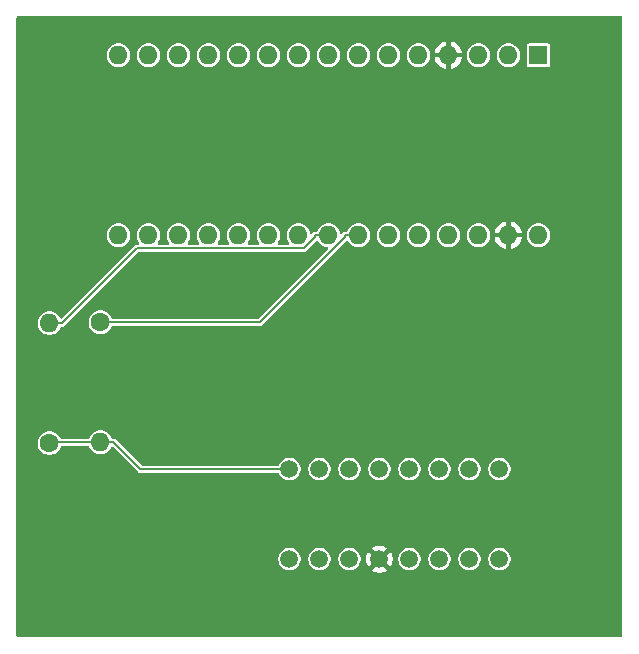
<source format=gbr>
%TF.GenerationSoftware,KiCad,Pcbnew,9.0.0*%
%TF.CreationDate,2025-07-08T22:51:06+02:00*%
%TF.ProjectId,RTC Tester,52544320-5465-4737-9465-722e6b696361,rev?*%
%TF.SameCoordinates,Original*%
%TF.FileFunction,Copper,L1,Top*%
%TF.FilePolarity,Positive*%
%FSLAX46Y46*%
G04 Gerber Fmt 4.6, Leading zero omitted, Abs format (unit mm)*
G04 Created by KiCad (PCBNEW 9.0.0) date 2025-07-08 22:51:06*
%MOMM*%
%LPD*%
G01*
G04 APERTURE LIST*
%TA.AperFunction,ComponentPad*%
%ADD10C,1.600000*%
%TD*%
%TA.AperFunction,ComponentPad*%
%ADD11O,1.600000X1.600000*%
%TD*%
%TA.AperFunction,ComponentPad*%
%ADD12C,1.498600*%
%TD*%
%TA.AperFunction,ComponentPad*%
%ADD13R,1.600000X1.600000*%
%TD*%
%TA.AperFunction,Conductor*%
%ADD14C,0.200000*%
%TD*%
G04 APERTURE END LIST*
D10*
%TO.P,R1,1*%
%TO.N,+5V*%
X98552000Y-97865700D03*
D11*
%TO.P,R1,2*%
%TO.N,Net-(A1-A4)*%
X98552000Y-87705700D03*
%TD*%
D12*
%TO.P,IC1,*%
%TO.N,*%
X129032000Y-107696000D03*
X131572000Y-107696000D03*
X134112000Y-107696000D03*
X136652000Y-107696000D03*
X129032000Y-100076000D03*
X131572000Y-100076000D03*
X134112000Y-100076000D03*
X136652000Y-100076000D03*
%TO.P,IC1,1,OSCI*%
%TO.N,unconnected-(IC1-OSCI-Pad1)*%
X118872000Y-107696000D03*
%TO.P,IC1,2,OSCO*%
%TO.N,unconnected-(IC1-OSCO-Pad2)*%
X121412000Y-107696000D03*
%TO.P,IC1,3,A0*%
%TO.N,unconnected-(IC1-A0-Pad3)*%
X123952000Y-107696000D03*
%TO.P,IC1,4,VSS*%
%TO.N,GND*%
X126492000Y-107696000D03*
%TO.P,IC1,5,SDA*%
%TO.N,Net-(A1-A4)*%
X126492000Y-100076000D03*
%TO.P,IC1,6,SCL*%
%TO.N,Net-(A1-A5)*%
X123952000Y-100076000D03*
%TO.P,IC1,7,~{INT}*%
%TO.N,unconnected-(IC1-~{INT}-Pad7)*%
X121412000Y-100076000D03*
%TO.P,IC1,8,VDD*%
%TO.N,+5V*%
X118872000Y-100076000D03*
%TD*%
D13*
%TO.P,A1,1,D1/TX*%
%TO.N,unconnected-(A1-D1{slash}TX-Pad1)*%
X139954000Y-65024000D03*
D11*
%TO.P,A1,2,D0/RX*%
%TO.N,unconnected-(A1-D0{slash}RX-Pad2)*%
X137414000Y-65024000D03*
%TO.P,A1,3,~{RESET}*%
%TO.N,unconnected-(A1-~{RESET}-Pad3)*%
X134874001Y-65024000D03*
%TO.P,A1,4,GND*%
%TO.N,GND*%
X132334000Y-65024000D03*
%TO.P,A1,5,D2*%
%TO.N,unconnected-(A1-D2-Pad5)*%
X129794000Y-65024000D03*
%TO.P,A1,6,D3*%
%TO.N,unconnected-(A1-D3-Pad6)*%
X127254000Y-65024000D03*
%TO.P,A1,7,D4*%
%TO.N,unconnected-(A1-D4-Pad7)*%
X124714000Y-65024000D03*
%TO.P,A1,8,D5*%
%TO.N,unconnected-(A1-D5-Pad8)*%
X122173999Y-65024000D03*
%TO.P,A1,9,D6*%
%TO.N,unconnected-(A1-D6-Pad9)*%
X119634000Y-65024000D03*
%TO.P,A1,10,D7*%
%TO.N,unconnected-(A1-D7-Pad10)*%
X117094000Y-65024000D03*
%TO.P,A1,11,D8*%
%TO.N,unconnected-(A1-D8-Pad11)*%
X114554000Y-65024000D03*
%TO.P,A1,12,D9*%
%TO.N,unconnected-(A1-D9-Pad12)*%
X112014001Y-65024000D03*
%TO.P,A1,13,D10*%
%TO.N,unconnected-(A1-D10-Pad13)*%
X109474000Y-65024000D03*
%TO.P,A1,14,D11*%
%TO.N,unconnected-(A1-D11-Pad14)*%
X106934000Y-65024000D03*
%TO.P,A1,15,D12*%
%TO.N,unconnected-(A1-D12-Pad15)*%
X104394000Y-65024000D03*
%TO.P,A1,16,D13*%
%TO.N,unconnected-(A1-D13-Pad16)*%
X104394000Y-80264000D03*
%TO.P,A1,17,3V3*%
%TO.N,unconnected-(A1-3V3-Pad17)*%
X106934000Y-80264000D03*
%TO.P,A1,18,AREF*%
%TO.N,unconnected-(A1-AREF-Pad18)*%
X109474000Y-80264000D03*
%TO.P,A1,19,A0*%
%TO.N,unconnected-(A1-A0-Pad19)*%
X112014000Y-80264000D03*
%TO.P,A1,20,A1*%
%TO.N,unconnected-(A1-A1-Pad20)*%
X114554000Y-80264000D03*
%TO.P,A1,21,A2*%
%TO.N,unconnected-(A1-A2-Pad21)*%
X117094000Y-80264000D03*
%TO.P,A1,22,A3*%
%TO.N,unconnected-(A1-A3-Pad22)*%
X119634000Y-80264000D03*
%TO.P,A1,23,A4*%
%TO.N,Net-(A1-A4)*%
X122174000Y-80264000D03*
%TO.P,A1,24,A5*%
%TO.N,Net-(A1-A5)*%
X124714000Y-80264000D03*
%TO.P,A1,25,A6*%
%TO.N,unconnected-(A1-A6-Pad25)*%
X127254000Y-80264000D03*
%TO.P,A1,26,A7*%
%TO.N,unconnected-(A1-A7-Pad26)*%
X129794000Y-80264000D03*
%TO.P,A1,27,+5V*%
%TO.N,+5V*%
X132334000Y-80264000D03*
%TO.P,A1,28,~{RESET}*%
%TO.N,unconnected-(A1-~{RESET}-Pad28)*%
X134874000Y-80264000D03*
%TO.P,A1,29,GND*%
%TO.N,GND*%
X137414000Y-80264000D03*
%TO.P,A1,30,VIN*%
%TO.N,unconnected-(A1-VIN-Pad30)*%
X139954000Y-80264000D03*
%TD*%
D10*
%TO.P,R2,1*%
%TO.N,Net-(A1-A5)*%
X102870000Y-87630000D03*
D11*
%TO.P,R2,2*%
%TO.N,+5V*%
X102870000Y-97790000D03*
%TD*%
D14*
%TO.N,+5V*%
X98627700Y-97790000D02*
X98552000Y-97865700D01*
X102870000Y-97790000D02*
X98627700Y-97790000D01*
X106257700Y-100076000D02*
X103971700Y-97790000D01*
X118872000Y-100076000D02*
X106257700Y-100076000D01*
X102870000Y-97790000D02*
X103971700Y-97790000D01*
%TO.N,Net-(A1-A4)*%
X105993700Y-81365700D02*
X99653700Y-87705700D01*
X120108400Y-81365700D02*
X105993700Y-81365700D01*
X121072300Y-80401800D02*
X120108400Y-81365700D01*
X121072300Y-80264000D02*
X121072300Y-80401800D01*
X122174000Y-80264000D02*
X121072300Y-80264000D01*
X98552000Y-87705700D02*
X99653700Y-87705700D01*
%TO.N,Net-(A1-A5)*%
X116384000Y-87630000D02*
X102870000Y-87630000D01*
X123612300Y-80401700D02*
X116384000Y-87630000D01*
X123612300Y-80264000D02*
X123612300Y-80401700D01*
X124714000Y-80264000D02*
X123612300Y-80264000D01*
%TD*%
%TA.AperFunction,Conductor*%
%TO.N,GND*%
G36*
X147008121Y-61742002D02*
G01*
X147054614Y-61795658D01*
X147066000Y-61848000D01*
X147066000Y-114174000D01*
X147045998Y-114242121D01*
X146992342Y-114288614D01*
X146940000Y-114300000D01*
X95884000Y-114300000D01*
X95815879Y-114279998D01*
X95769386Y-114226342D01*
X95758000Y-114174000D01*
X95758000Y-107602450D01*
X117922200Y-107602450D01*
X117922200Y-107602453D01*
X117922200Y-107789547D01*
X117958700Y-107973047D01*
X118030298Y-108145899D01*
X118134242Y-108301462D01*
X118266538Y-108433758D01*
X118422101Y-108537702D01*
X118594953Y-108609300D01*
X118778453Y-108645800D01*
X118778454Y-108645800D01*
X118965546Y-108645800D01*
X118965547Y-108645800D01*
X119149047Y-108609300D01*
X119321899Y-108537702D01*
X119477462Y-108433758D01*
X119609758Y-108301462D01*
X119713702Y-108145899D01*
X119785300Y-107973047D01*
X119821800Y-107789547D01*
X119821800Y-107602453D01*
X119821799Y-107602450D01*
X120462200Y-107602450D01*
X120462200Y-107602453D01*
X120462200Y-107789547D01*
X120498700Y-107973047D01*
X120570298Y-108145899D01*
X120674242Y-108301462D01*
X120806538Y-108433758D01*
X120962101Y-108537702D01*
X121134953Y-108609300D01*
X121318453Y-108645800D01*
X121318454Y-108645800D01*
X121505546Y-108645800D01*
X121505547Y-108645800D01*
X121689047Y-108609300D01*
X121861899Y-108537702D01*
X122017462Y-108433758D01*
X122149758Y-108301462D01*
X122253702Y-108145899D01*
X122325300Y-107973047D01*
X122361800Y-107789547D01*
X122361800Y-107602453D01*
X122361799Y-107602450D01*
X123002200Y-107602450D01*
X123002200Y-107602453D01*
X123002200Y-107789547D01*
X123038700Y-107973047D01*
X123110298Y-108145899D01*
X123214242Y-108301462D01*
X123346538Y-108433758D01*
X123502101Y-108537702D01*
X123674953Y-108609300D01*
X123858453Y-108645800D01*
X123858454Y-108645800D01*
X124045546Y-108645800D01*
X124045547Y-108645800D01*
X124229047Y-108609300D01*
X124401899Y-108537702D01*
X124557462Y-108433758D01*
X124689758Y-108301462D01*
X124793702Y-108145899D01*
X124865300Y-107973047D01*
X124901800Y-107789547D01*
X124901800Y-107607046D01*
X125361700Y-107607046D01*
X125361700Y-107784953D01*
X125389533Y-107960684D01*
X125444508Y-108129880D01*
X125444511Y-108129886D01*
X125525280Y-108288404D01*
X125525281Y-108288405D01*
X125569425Y-108349165D01*
X126030804Y-107887785D01*
X126095661Y-108000121D01*
X126187879Y-108092339D01*
X126300212Y-108157194D01*
X125838833Y-108618573D01*
X125838833Y-108618574D01*
X125899590Y-108662716D01*
X126058113Y-108743488D01*
X126058119Y-108743491D01*
X126227317Y-108798466D01*
X126227313Y-108798466D01*
X126403046Y-108826300D01*
X126580954Y-108826300D01*
X126756684Y-108798466D01*
X126925880Y-108743491D01*
X126925886Y-108743488D01*
X127084405Y-108662718D01*
X127145165Y-108618573D01*
X127145165Y-108618572D01*
X126683787Y-108157194D01*
X126796121Y-108092339D01*
X126888339Y-108000121D01*
X126953194Y-107887787D01*
X127414572Y-108349165D01*
X127414573Y-108349165D01*
X127458718Y-108288405D01*
X127539488Y-108129886D01*
X127539491Y-108129880D01*
X127594466Y-107960684D01*
X127622300Y-107784953D01*
X127622300Y-107607046D01*
X127621572Y-107602450D01*
X128082200Y-107602450D01*
X128082200Y-107602453D01*
X128082200Y-107789547D01*
X128118700Y-107973047D01*
X128190298Y-108145899D01*
X128294242Y-108301462D01*
X128426538Y-108433758D01*
X128582101Y-108537702D01*
X128754953Y-108609300D01*
X128938453Y-108645800D01*
X128938454Y-108645800D01*
X129125546Y-108645800D01*
X129125547Y-108645800D01*
X129309047Y-108609300D01*
X129481899Y-108537702D01*
X129637462Y-108433758D01*
X129769758Y-108301462D01*
X129873702Y-108145899D01*
X129945300Y-107973047D01*
X129981800Y-107789547D01*
X129981800Y-107602453D01*
X129981799Y-107602450D01*
X130622200Y-107602450D01*
X130622200Y-107602453D01*
X130622200Y-107789547D01*
X130658700Y-107973047D01*
X130730298Y-108145899D01*
X130834242Y-108301462D01*
X130966538Y-108433758D01*
X131122101Y-108537702D01*
X131294953Y-108609300D01*
X131478453Y-108645800D01*
X131478454Y-108645800D01*
X131665546Y-108645800D01*
X131665547Y-108645800D01*
X131849047Y-108609300D01*
X132021899Y-108537702D01*
X132177462Y-108433758D01*
X132309758Y-108301462D01*
X132413702Y-108145899D01*
X132485300Y-107973047D01*
X132521800Y-107789547D01*
X132521800Y-107602453D01*
X132521799Y-107602450D01*
X133162200Y-107602450D01*
X133162200Y-107602453D01*
X133162200Y-107789547D01*
X133198700Y-107973047D01*
X133270298Y-108145899D01*
X133374242Y-108301462D01*
X133506538Y-108433758D01*
X133662101Y-108537702D01*
X133834953Y-108609300D01*
X134018453Y-108645800D01*
X134018454Y-108645800D01*
X134205546Y-108645800D01*
X134205547Y-108645800D01*
X134389047Y-108609300D01*
X134561899Y-108537702D01*
X134717462Y-108433758D01*
X134849758Y-108301462D01*
X134953702Y-108145899D01*
X135025300Y-107973047D01*
X135061800Y-107789547D01*
X135061800Y-107602453D01*
X135061799Y-107602450D01*
X135702200Y-107602450D01*
X135702200Y-107602453D01*
X135702200Y-107789547D01*
X135738700Y-107973047D01*
X135810298Y-108145899D01*
X135914242Y-108301462D01*
X136046538Y-108433758D01*
X136202101Y-108537702D01*
X136374953Y-108609300D01*
X136558453Y-108645800D01*
X136558454Y-108645800D01*
X136745546Y-108645800D01*
X136745547Y-108645800D01*
X136929047Y-108609300D01*
X137101899Y-108537702D01*
X137257462Y-108433758D01*
X137389758Y-108301462D01*
X137493702Y-108145899D01*
X137565300Y-107973047D01*
X137601800Y-107789547D01*
X137601800Y-107602453D01*
X137565300Y-107418953D01*
X137493702Y-107246101D01*
X137389758Y-107090538D01*
X137257462Y-106958242D01*
X137101899Y-106854298D01*
X136929047Y-106782700D01*
X136882413Y-106773424D01*
X136745549Y-106746200D01*
X136745547Y-106746200D01*
X136558453Y-106746200D01*
X136558450Y-106746200D01*
X136374952Y-106782700D01*
X136374947Y-106782702D01*
X136202101Y-106854298D01*
X136046542Y-106958239D01*
X136046535Y-106958244D01*
X135914244Y-107090535D01*
X135914239Y-107090542D01*
X135810298Y-107246101D01*
X135738702Y-107418947D01*
X135738700Y-107418952D01*
X135702200Y-107602450D01*
X135061799Y-107602450D01*
X135025300Y-107418953D01*
X134953702Y-107246101D01*
X134849758Y-107090538D01*
X134717462Y-106958242D01*
X134561899Y-106854298D01*
X134389047Y-106782700D01*
X134342413Y-106773424D01*
X134205549Y-106746200D01*
X134205547Y-106746200D01*
X134018453Y-106746200D01*
X134018450Y-106746200D01*
X133834952Y-106782700D01*
X133834947Y-106782702D01*
X133662101Y-106854298D01*
X133506542Y-106958239D01*
X133506535Y-106958244D01*
X133374244Y-107090535D01*
X133374239Y-107090542D01*
X133270298Y-107246101D01*
X133198702Y-107418947D01*
X133198700Y-107418952D01*
X133162200Y-107602450D01*
X132521799Y-107602450D01*
X132485300Y-107418953D01*
X132413702Y-107246101D01*
X132309758Y-107090538D01*
X132177462Y-106958242D01*
X132021899Y-106854298D01*
X131849047Y-106782700D01*
X131802413Y-106773424D01*
X131665549Y-106746200D01*
X131665547Y-106746200D01*
X131478453Y-106746200D01*
X131478450Y-106746200D01*
X131294952Y-106782700D01*
X131294947Y-106782702D01*
X131122101Y-106854298D01*
X130966542Y-106958239D01*
X130966535Y-106958244D01*
X130834244Y-107090535D01*
X130834239Y-107090542D01*
X130730298Y-107246101D01*
X130658702Y-107418947D01*
X130658700Y-107418952D01*
X130622200Y-107602450D01*
X129981799Y-107602450D01*
X129945300Y-107418953D01*
X129873702Y-107246101D01*
X129769758Y-107090538D01*
X129637462Y-106958242D01*
X129481899Y-106854298D01*
X129309047Y-106782700D01*
X129262413Y-106773424D01*
X129125549Y-106746200D01*
X129125547Y-106746200D01*
X128938453Y-106746200D01*
X128938450Y-106746200D01*
X128754952Y-106782700D01*
X128754947Y-106782702D01*
X128582101Y-106854298D01*
X128426542Y-106958239D01*
X128426535Y-106958244D01*
X128294244Y-107090535D01*
X128294239Y-107090542D01*
X128190298Y-107246101D01*
X128118702Y-107418947D01*
X128118700Y-107418952D01*
X128082200Y-107602450D01*
X127621572Y-107602450D01*
X127594466Y-107431315D01*
X127539491Y-107262119D01*
X127539488Y-107262113D01*
X127458716Y-107103590D01*
X127414574Y-107042833D01*
X127414573Y-107042833D01*
X126953194Y-107504212D01*
X126888339Y-107391879D01*
X126796121Y-107299661D01*
X126683785Y-107234804D01*
X127145165Y-106773425D01*
X127084405Y-106729281D01*
X127084404Y-106729280D01*
X126925886Y-106648511D01*
X126925880Y-106648508D01*
X126756682Y-106593533D01*
X126756686Y-106593533D01*
X126580954Y-106565700D01*
X126403046Y-106565700D01*
X126227315Y-106593533D01*
X126058119Y-106648508D01*
X126058113Y-106648511D01*
X125899590Y-106729283D01*
X125838833Y-106773424D01*
X126300213Y-107234804D01*
X126187879Y-107299661D01*
X126095661Y-107391879D01*
X126030804Y-107504213D01*
X125569424Y-107042833D01*
X125525283Y-107103590D01*
X125444511Y-107262113D01*
X125444508Y-107262119D01*
X125389533Y-107431315D01*
X125361700Y-107607046D01*
X124901800Y-107607046D01*
X124901800Y-107602453D01*
X124865300Y-107418953D01*
X124793702Y-107246101D01*
X124689758Y-107090538D01*
X124557462Y-106958242D01*
X124557458Y-106958239D01*
X124557453Y-106958235D01*
X124509576Y-106926245D01*
X124509524Y-106926211D01*
X124401899Y-106854298D01*
X124229047Y-106782700D01*
X124182413Y-106773424D01*
X124045549Y-106746200D01*
X124045547Y-106746200D01*
X123858453Y-106746200D01*
X123858450Y-106746200D01*
X123674952Y-106782700D01*
X123674947Y-106782702D01*
X123502101Y-106854298D01*
X123346542Y-106958239D01*
X123346535Y-106958244D01*
X123214244Y-107090535D01*
X123214239Y-107090542D01*
X123110298Y-107246101D01*
X123038702Y-107418947D01*
X123038700Y-107418952D01*
X123002200Y-107602450D01*
X122361799Y-107602450D01*
X122325300Y-107418953D01*
X122253702Y-107246101D01*
X122149758Y-107090538D01*
X122017462Y-106958242D01*
X121861899Y-106854298D01*
X121689047Y-106782700D01*
X121642413Y-106773424D01*
X121505549Y-106746200D01*
X121505547Y-106746200D01*
X121318453Y-106746200D01*
X121318450Y-106746200D01*
X121134952Y-106782700D01*
X121134947Y-106782702D01*
X120962101Y-106854298D01*
X120806542Y-106958239D01*
X120806535Y-106958244D01*
X120674244Y-107090535D01*
X120674239Y-107090542D01*
X120570298Y-107246101D01*
X120498702Y-107418947D01*
X120498700Y-107418952D01*
X120462200Y-107602450D01*
X119821799Y-107602450D01*
X119785300Y-107418953D01*
X119713702Y-107246101D01*
X119609758Y-107090538D01*
X119477462Y-106958242D01*
X119321899Y-106854298D01*
X119149047Y-106782700D01*
X119102413Y-106773424D01*
X118965549Y-106746200D01*
X118965547Y-106746200D01*
X118778453Y-106746200D01*
X118778450Y-106746200D01*
X118594952Y-106782700D01*
X118594947Y-106782702D01*
X118422101Y-106854298D01*
X118266542Y-106958239D01*
X118266535Y-106958244D01*
X118134244Y-107090535D01*
X118134239Y-107090542D01*
X118030298Y-107246101D01*
X117958702Y-107418947D01*
X117958700Y-107418952D01*
X117922200Y-107602450D01*
X95758000Y-107602450D01*
X95758000Y-97767155D01*
X97551500Y-97767155D01*
X97551500Y-97964244D01*
X97589949Y-98157535D01*
X97589950Y-98157538D01*
X97628850Y-98251452D01*
X97665368Y-98339614D01*
X97774861Y-98503482D01*
X97914218Y-98642839D01*
X98078086Y-98752332D01*
X98260165Y-98827751D01*
X98453459Y-98866200D01*
X98650541Y-98866200D01*
X98843835Y-98827751D01*
X99025914Y-98752332D01*
X99189782Y-98642839D01*
X99329139Y-98503482D01*
X99438632Y-98339614D01*
X99492083Y-98210570D01*
X99509600Y-98168282D01*
X99554148Y-98113001D01*
X99621512Y-98090580D01*
X99626009Y-98090500D01*
X101827347Y-98090500D01*
X101895468Y-98110502D01*
X101941961Y-98164158D01*
X101943756Y-98168282D01*
X101983368Y-98263914D01*
X102092861Y-98427782D01*
X102232218Y-98567139D01*
X102396086Y-98676632D01*
X102578165Y-98752051D01*
X102771459Y-98790500D01*
X102968541Y-98790500D01*
X103161835Y-98752051D01*
X103343914Y-98676632D01*
X103507782Y-98567139D01*
X103647139Y-98427782D01*
X103756632Y-98263914D01*
X103761794Y-98251449D01*
X103806339Y-98196169D01*
X103873702Y-98173745D01*
X103942494Y-98191301D01*
X103967299Y-98210570D01*
X106017240Y-100260511D01*
X106073189Y-100316460D01*
X106141711Y-100356021D01*
X106141713Y-100356021D01*
X106141714Y-100356022D01*
X106218134Y-100376499D01*
X106218138Y-100376500D01*
X117884224Y-100376500D01*
X117952345Y-100396502D01*
X117998838Y-100450158D01*
X118000630Y-100454276D01*
X118030298Y-100525899D01*
X118134242Y-100681462D01*
X118266538Y-100813758D01*
X118422101Y-100917702D01*
X118594953Y-100989300D01*
X118778453Y-101025800D01*
X118778454Y-101025800D01*
X118965546Y-101025800D01*
X118965547Y-101025800D01*
X119149047Y-100989300D01*
X119321899Y-100917702D01*
X119477462Y-100813758D01*
X119609758Y-100681462D01*
X119713702Y-100525899D01*
X119785300Y-100353047D01*
X119821800Y-100169547D01*
X119821800Y-99982453D01*
X119821799Y-99982450D01*
X120462200Y-99982450D01*
X120462200Y-100169549D01*
X120491422Y-100316458D01*
X120498700Y-100353047D01*
X120570298Y-100525899D01*
X120674242Y-100681462D01*
X120806538Y-100813758D01*
X120962101Y-100917702D01*
X121134953Y-100989300D01*
X121318453Y-101025800D01*
X121318454Y-101025800D01*
X121505546Y-101025800D01*
X121505547Y-101025800D01*
X121689047Y-100989300D01*
X121861899Y-100917702D01*
X122017462Y-100813758D01*
X122149758Y-100681462D01*
X122253702Y-100525899D01*
X122325300Y-100353047D01*
X122361800Y-100169547D01*
X122361800Y-99982453D01*
X122361799Y-99982450D01*
X123002200Y-99982450D01*
X123002200Y-100169549D01*
X123031422Y-100316458D01*
X123038700Y-100353047D01*
X123110298Y-100525899D01*
X123214242Y-100681462D01*
X123346538Y-100813758D01*
X123502101Y-100917702D01*
X123674953Y-100989300D01*
X123858453Y-101025800D01*
X123858454Y-101025800D01*
X124045546Y-101025800D01*
X124045547Y-101025800D01*
X124229047Y-100989300D01*
X124401899Y-100917702D01*
X124557462Y-100813758D01*
X124689758Y-100681462D01*
X124793702Y-100525899D01*
X124865300Y-100353047D01*
X124901800Y-100169547D01*
X124901800Y-99982453D01*
X124901799Y-99982450D01*
X125542200Y-99982450D01*
X125542200Y-100169549D01*
X125571422Y-100316458D01*
X125578700Y-100353047D01*
X125650298Y-100525899D01*
X125754242Y-100681462D01*
X125886538Y-100813758D01*
X126042101Y-100917702D01*
X126214953Y-100989300D01*
X126398453Y-101025800D01*
X126398454Y-101025800D01*
X126585546Y-101025800D01*
X126585547Y-101025800D01*
X126769047Y-100989300D01*
X126941899Y-100917702D01*
X127097462Y-100813758D01*
X127229758Y-100681462D01*
X127333702Y-100525899D01*
X127405300Y-100353047D01*
X127441800Y-100169547D01*
X127441800Y-99982453D01*
X127441799Y-99982450D01*
X128082200Y-99982450D01*
X128082200Y-100169549D01*
X128111422Y-100316458D01*
X128118700Y-100353047D01*
X128190298Y-100525899D01*
X128294242Y-100681462D01*
X128426538Y-100813758D01*
X128582101Y-100917702D01*
X128754953Y-100989300D01*
X128938453Y-101025800D01*
X128938454Y-101025800D01*
X129125546Y-101025800D01*
X129125547Y-101025800D01*
X129309047Y-100989300D01*
X129481899Y-100917702D01*
X129637462Y-100813758D01*
X129769758Y-100681462D01*
X129873702Y-100525899D01*
X129945300Y-100353047D01*
X129981800Y-100169547D01*
X129981800Y-99982453D01*
X129981799Y-99982450D01*
X130622200Y-99982450D01*
X130622200Y-100169549D01*
X130651422Y-100316458D01*
X130658700Y-100353047D01*
X130730298Y-100525899D01*
X130834242Y-100681462D01*
X130966538Y-100813758D01*
X131122101Y-100917702D01*
X131294953Y-100989300D01*
X131478453Y-101025800D01*
X131478454Y-101025800D01*
X131665546Y-101025800D01*
X131665547Y-101025800D01*
X131849047Y-100989300D01*
X132021899Y-100917702D01*
X132177462Y-100813758D01*
X132309758Y-100681462D01*
X132413702Y-100525899D01*
X132485300Y-100353047D01*
X132521800Y-100169547D01*
X132521800Y-99982453D01*
X132521799Y-99982450D01*
X133162200Y-99982450D01*
X133162200Y-100169549D01*
X133191422Y-100316458D01*
X133198700Y-100353047D01*
X133270298Y-100525899D01*
X133374242Y-100681462D01*
X133506538Y-100813758D01*
X133662101Y-100917702D01*
X133834953Y-100989300D01*
X134018453Y-101025800D01*
X134018454Y-101025800D01*
X134205546Y-101025800D01*
X134205547Y-101025800D01*
X134389047Y-100989300D01*
X134561899Y-100917702D01*
X134717462Y-100813758D01*
X134849758Y-100681462D01*
X134953702Y-100525899D01*
X135025300Y-100353047D01*
X135061800Y-100169547D01*
X135061800Y-99982453D01*
X135061799Y-99982450D01*
X135702200Y-99982450D01*
X135702200Y-100169549D01*
X135731422Y-100316458D01*
X135738700Y-100353047D01*
X135810298Y-100525899D01*
X135914242Y-100681462D01*
X136046538Y-100813758D01*
X136202101Y-100917702D01*
X136374953Y-100989300D01*
X136558453Y-101025800D01*
X136558454Y-101025800D01*
X136745546Y-101025800D01*
X136745547Y-101025800D01*
X136929047Y-100989300D01*
X137101899Y-100917702D01*
X137257462Y-100813758D01*
X137389758Y-100681462D01*
X137493702Y-100525899D01*
X137565300Y-100353047D01*
X137601800Y-100169547D01*
X137601800Y-99982453D01*
X137565300Y-99798953D01*
X137493702Y-99626101D01*
X137389758Y-99470538D01*
X137257462Y-99338242D01*
X137101899Y-99234298D01*
X136929047Y-99162700D01*
X136745549Y-99126200D01*
X136745547Y-99126200D01*
X136558453Y-99126200D01*
X136558450Y-99126200D01*
X136374952Y-99162700D01*
X136374947Y-99162702D01*
X136202101Y-99234298D01*
X136046542Y-99338239D01*
X136046535Y-99338244D01*
X135914244Y-99470535D01*
X135914239Y-99470542D01*
X135810298Y-99626101D01*
X135738702Y-99798947D01*
X135738700Y-99798952D01*
X135702200Y-99982450D01*
X135061799Y-99982450D01*
X135025300Y-99798953D01*
X134953702Y-99626101D01*
X134849758Y-99470538D01*
X134717462Y-99338242D01*
X134561899Y-99234298D01*
X134389047Y-99162700D01*
X134205549Y-99126200D01*
X134205547Y-99126200D01*
X134018453Y-99126200D01*
X134018450Y-99126200D01*
X133834952Y-99162700D01*
X133834947Y-99162702D01*
X133662101Y-99234298D01*
X133506542Y-99338239D01*
X133506535Y-99338244D01*
X133374244Y-99470535D01*
X133374239Y-99470542D01*
X133270298Y-99626101D01*
X133198702Y-99798947D01*
X133198700Y-99798952D01*
X133162200Y-99982450D01*
X132521799Y-99982450D01*
X132485300Y-99798953D01*
X132413702Y-99626101D01*
X132309758Y-99470538D01*
X132177462Y-99338242D01*
X132021899Y-99234298D01*
X131849047Y-99162700D01*
X131665549Y-99126200D01*
X131665547Y-99126200D01*
X131478453Y-99126200D01*
X131478450Y-99126200D01*
X131294952Y-99162700D01*
X131294947Y-99162702D01*
X131122101Y-99234298D01*
X130966542Y-99338239D01*
X130966535Y-99338244D01*
X130834244Y-99470535D01*
X130834239Y-99470542D01*
X130730298Y-99626101D01*
X130658702Y-99798947D01*
X130658700Y-99798952D01*
X130622200Y-99982450D01*
X129981799Y-99982450D01*
X129945300Y-99798953D01*
X129873702Y-99626101D01*
X129769758Y-99470538D01*
X129637462Y-99338242D01*
X129481899Y-99234298D01*
X129309047Y-99162700D01*
X129125549Y-99126200D01*
X129125547Y-99126200D01*
X128938453Y-99126200D01*
X128938450Y-99126200D01*
X128754952Y-99162700D01*
X128754947Y-99162702D01*
X128582101Y-99234298D01*
X128426542Y-99338239D01*
X128426535Y-99338244D01*
X128294244Y-99470535D01*
X128294239Y-99470542D01*
X128190298Y-99626101D01*
X128118702Y-99798947D01*
X128118700Y-99798952D01*
X128082200Y-99982450D01*
X127441799Y-99982450D01*
X127405300Y-99798953D01*
X127333702Y-99626101D01*
X127229758Y-99470538D01*
X127097462Y-99338242D01*
X126941899Y-99234298D01*
X126769047Y-99162700D01*
X126585549Y-99126200D01*
X126585547Y-99126200D01*
X126398453Y-99126200D01*
X126398450Y-99126200D01*
X126214952Y-99162700D01*
X126214947Y-99162702D01*
X126042101Y-99234298D01*
X125886542Y-99338239D01*
X125886535Y-99338244D01*
X125754244Y-99470535D01*
X125754239Y-99470542D01*
X125650298Y-99626101D01*
X125578702Y-99798947D01*
X125578700Y-99798952D01*
X125542200Y-99982450D01*
X124901799Y-99982450D01*
X124865300Y-99798953D01*
X124793702Y-99626101D01*
X124689758Y-99470538D01*
X124557462Y-99338242D01*
X124401899Y-99234298D01*
X124229047Y-99162700D01*
X124045549Y-99126200D01*
X124045547Y-99126200D01*
X123858453Y-99126200D01*
X123858450Y-99126200D01*
X123674952Y-99162700D01*
X123674947Y-99162702D01*
X123502101Y-99234298D01*
X123346542Y-99338239D01*
X123346535Y-99338244D01*
X123214244Y-99470535D01*
X123214239Y-99470542D01*
X123110298Y-99626101D01*
X123038702Y-99798947D01*
X123038700Y-99798952D01*
X123002200Y-99982450D01*
X122361799Y-99982450D01*
X122325300Y-99798953D01*
X122253702Y-99626101D01*
X122149758Y-99470538D01*
X122017462Y-99338242D01*
X121861899Y-99234298D01*
X121689047Y-99162700D01*
X121505549Y-99126200D01*
X121505547Y-99126200D01*
X121318453Y-99126200D01*
X121318450Y-99126200D01*
X121134952Y-99162700D01*
X121134947Y-99162702D01*
X120962101Y-99234298D01*
X120806542Y-99338239D01*
X120806535Y-99338244D01*
X120674244Y-99470535D01*
X120674239Y-99470542D01*
X120570298Y-99626101D01*
X120498702Y-99798947D01*
X120498700Y-99798952D01*
X120462200Y-99982450D01*
X119821799Y-99982450D01*
X119785300Y-99798953D01*
X119713702Y-99626101D01*
X119609758Y-99470538D01*
X119477462Y-99338242D01*
X119321899Y-99234298D01*
X119149047Y-99162700D01*
X118965549Y-99126200D01*
X118965547Y-99126200D01*
X118778453Y-99126200D01*
X118778450Y-99126200D01*
X118594952Y-99162700D01*
X118594947Y-99162702D01*
X118422101Y-99234298D01*
X118266542Y-99338239D01*
X118266535Y-99338244D01*
X118134244Y-99470535D01*
X118134239Y-99470542D01*
X118030299Y-99626099D01*
X118000633Y-99697719D01*
X117956084Y-99752999D01*
X117888721Y-99775420D01*
X117884224Y-99775500D01*
X106434361Y-99775500D01*
X106366240Y-99755498D01*
X106345266Y-99738595D01*
X104156217Y-97549545D01*
X104156213Y-97549542D01*
X104156211Y-97549540D01*
X104087689Y-97509979D01*
X104087688Y-97509978D01*
X104087685Y-97509977D01*
X104011265Y-97489500D01*
X104011262Y-97489500D01*
X103912653Y-97489500D01*
X103844532Y-97469498D01*
X103798039Y-97415842D01*
X103796244Y-97411718D01*
X103787492Y-97390589D01*
X103756632Y-97316086D01*
X103647139Y-97152218D01*
X103507782Y-97012861D01*
X103343914Y-96903368D01*
X103251768Y-96865200D01*
X103161838Y-96827950D01*
X103161835Y-96827949D01*
X102968544Y-96789500D01*
X102968541Y-96789500D01*
X102771459Y-96789500D01*
X102771455Y-96789500D01*
X102578164Y-96827949D01*
X102578161Y-96827950D01*
X102396085Y-96903368D01*
X102232222Y-97012858D01*
X102232215Y-97012863D01*
X102092863Y-97152215D01*
X102092858Y-97152222D01*
X101983368Y-97316085D01*
X101943756Y-97411718D01*
X101899208Y-97466999D01*
X101831844Y-97489420D01*
X101827347Y-97489500D01*
X99563297Y-97489500D01*
X99495176Y-97469498D01*
X99448683Y-97415842D01*
X99446888Y-97411718D01*
X99438632Y-97391786D01*
X99329139Y-97227918D01*
X99189782Y-97088561D01*
X99025914Y-96979068D01*
X98843838Y-96903650D01*
X98843835Y-96903649D01*
X98650544Y-96865200D01*
X98650541Y-96865200D01*
X98453459Y-96865200D01*
X98453455Y-96865200D01*
X98260164Y-96903649D01*
X98260161Y-96903650D01*
X98078085Y-96979068D01*
X97914222Y-97088558D01*
X97914215Y-97088563D01*
X97774863Y-97227915D01*
X97774858Y-97227922D01*
X97665368Y-97391785D01*
X97589950Y-97573861D01*
X97589949Y-97573864D01*
X97551500Y-97767155D01*
X95758000Y-97767155D01*
X95758000Y-87607155D01*
X97551500Y-87607155D01*
X97551500Y-87804244D01*
X97589949Y-87997535D01*
X97589950Y-87997538D01*
X97602858Y-88028701D01*
X97665368Y-88179614D01*
X97774861Y-88343482D01*
X97914218Y-88482839D01*
X98078086Y-88592332D01*
X98260165Y-88667751D01*
X98453459Y-88706200D01*
X98650541Y-88706200D01*
X98843835Y-88667751D01*
X99025914Y-88592332D01*
X99189782Y-88482839D01*
X99329139Y-88343482D01*
X99438632Y-88179614D01*
X99478244Y-88083982D01*
X99522792Y-88028701D01*
X99590156Y-88006280D01*
X99594653Y-88006200D01*
X99693262Y-88006200D01*
X99769689Y-87985721D01*
X99838211Y-87946160D01*
X99894160Y-87890211D01*
X106081266Y-81703105D01*
X106143578Y-81669079D01*
X106170361Y-81666200D01*
X120147962Y-81666200D01*
X120224389Y-81645721D01*
X120292911Y-81606160D01*
X120348860Y-81550211D01*
X121128252Y-80770817D01*
X121190563Y-80736794D01*
X121261378Y-80741858D01*
X121318214Y-80784405D01*
X121322111Y-80789912D01*
X121396857Y-80901777D01*
X121396859Y-80901780D01*
X121396861Y-80901782D01*
X121536218Y-81041139D01*
X121700086Y-81150632D01*
X121882165Y-81226051D01*
X122001066Y-81249702D01*
X122052005Y-81259835D01*
X122114915Y-81292743D01*
X122150046Y-81354438D01*
X122146246Y-81425333D01*
X122116518Y-81472509D01*
X116296434Y-87292595D01*
X116234122Y-87326621D01*
X116207339Y-87329500D01*
X103912653Y-87329500D01*
X103844532Y-87309498D01*
X103798039Y-87255842D01*
X103796244Y-87251718D01*
X103787492Y-87230589D01*
X103756632Y-87156086D01*
X103647139Y-86992218D01*
X103507782Y-86852861D01*
X103343914Y-86743368D01*
X103251768Y-86705200D01*
X103161838Y-86667950D01*
X103161835Y-86667949D01*
X102968544Y-86629500D01*
X102968541Y-86629500D01*
X102771459Y-86629500D01*
X102771455Y-86629500D01*
X102578164Y-86667949D01*
X102578161Y-86667950D01*
X102396085Y-86743368D01*
X102232222Y-86852858D01*
X102232215Y-86852863D01*
X102092863Y-86992215D01*
X102092858Y-86992222D01*
X101983368Y-87156085D01*
X101907950Y-87338161D01*
X101907949Y-87338164D01*
X101869500Y-87531455D01*
X101869500Y-87728544D01*
X101907949Y-87921835D01*
X101907950Y-87921838D01*
X101939305Y-87997535D01*
X101983368Y-88103914D01*
X102092861Y-88267782D01*
X102232218Y-88407139D01*
X102396086Y-88516632D01*
X102578165Y-88592051D01*
X102771459Y-88630500D01*
X102968541Y-88630500D01*
X103161835Y-88592051D01*
X103343914Y-88516632D01*
X103507782Y-88407139D01*
X103647139Y-88267782D01*
X103756632Y-88103914D01*
X103796244Y-88008282D01*
X103840792Y-87953001D01*
X103908156Y-87930580D01*
X103912653Y-87930500D01*
X116423562Y-87930500D01*
X116499989Y-87910021D01*
X116568511Y-87870460D01*
X116624460Y-87814511D01*
X123668213Y-80770756D01*
X123730523Y-80736732D01*
X123801338Y-80741797D01*
X123858174Y-80784344D01*
X123862071Y-80789851D01*
X123936861Y-80901782D01*
X124076218Y-81041139D01*
X124240086Y-81150632D01*
X124422165Y-81226051D01*
X124615459Y-81264500D01*
X124812541Y-81264500D01*
X125005835Y-81226051D01*
X125187914Y-81150632D01*
X125351782Y-81041139D01*
X125491139Y-80901782D01*
X125600632Y-80737914D01*
X125676051Y-80555835D01*
X125714500Y-80362541D01*
X125714500Y-80165459D01*
X125714499Y-80165455D01*
X126253500Y-80165455D01*
X126253500Y-80362544D01*
X126271792Y-80454500D01*
X126291949Y-80555835D01*
X126367368Y-80737914D01*
X126476861Y-80901782D01*
X126616218Y-81041139D01*
X126780086Y-81150632D01*
X126962165Y-81226051D01*
X127155459Y-81264500D01*
X127352541Y-81264500D01*
X127545835Y-81226051D01*
X127727914Y-81150632D01*
X127891782Y-81041139D01*
X128031139Y-80901782D01*
X128140632Y-80737914D01*
X128216051Y-80555835D01*
X128254500Y-80362541D01*
X128254500Y-80165459D01*
X128254499Y-80165455D01*
X128793500Y-80165455D01*
X128793500Y-80362544D01*
X128811792Y-80454500D01*
X128831949Y-80555835D01*
X128907368Y-80737914D01*
X129016861Y-80901782D01*
X129156218Y-81041139D01*
X129320086Y-81150632D01*
X129502165Y-81226051D01*
X129695459Y-81264500D01*
X129892541Y-81264500D01*
X130085835Y-81226051D01*
X130267914Y-81150632D01*
X130431782Y-81041139D01*
X130571139Y-80901782D01*
X130680632Y-80737914D01*
X130756051Y-80555835D01*
X130794500Y-80362541D01*
X130794500Y-80165459D01*
X130794499Y-80165455D01*
X131333500Y-80165455D01*
X131333500Y-80362544D01*
X131351792Y-80454500D01*
X131371949Y-80555835D01*
X131447368Y-80737914D01*
X131556861Y-80901782D01*
X131696218Y-81041139D01*
X131860086Y-81150632D01*
X132042165Y-81226051D01*
X132235459Y-81264500D01*
X132432541Y-81264500D01*
X132625835Y-81226051D01*
X132807914Y-81150632D01*
X132971782Y-81041139D01*
X133111139Y-80901782D01*
X133220632Y-80737914D01*
X133296051Y-80555835D01*
X133334500Y-80362541D01*
X133334500Y-80165459D01*
X133334499Y-80165455D01*
X133873500Y-80165455D01*
X133873500Y-80362544D01*
X133891792Y-80454500D01*
X133911949Y-80555835D01*
X133987368Y-80737914D01*
X134096861Y-80901782D01*
X134236218Y-81041139D01*
X134400086Y-81150632D01*
X134582165Y-81226051D01*
X134775459Y-81264500D01*
X134972541Y-81264500D01*
X135165835Y-81226051D01*
X135347914Y-81150632D01*
X135511782Y-81041139D01*
X135651139Y-80901782D01*
X135760632Y-80737914D01*
X135836051Y-80555835D01*
X135874500Y-80362541D01*
X135874500Y-80165459D01*
X135856208Y-80073500D01*
X136248451Y-80073500D01*
X136947407Y-80073500D01*
X136914000Y-80198174D01*
X136914000Y-80329826D01*
X136947407Y-80454500D01*
X136248451Y-80454500D01*
X136262081Y-80540556D01*
X136319522Y-80717342D01*
X136319525Y-80717348D01*
X136403920Y-80882981D01*
X136513185Y-81033372D01*
X136644627Y-81164814D01*
X136795018Y-81274079D01*
X136960651Y-81358474D01*
X136960657Y-81358477D01*
X137137443Y-81415918D01*
X137223500Y-81429548D01*
X137223500Y-80730593D01*
X137348174Y-80764000D01*
X137479826Y-80764000D01*
X137604500Y-80730593D01*
X137604500Y-81429548D01*
X137690556Y-81415918D01*
X137867342Y-81358477D01*
X137867348Y-81358474D01*
X138032981Y-81274079D01*
X138183372Y-81164814D01*
X138314814Y-81033372D01*
X138424079Y-80882981D01*
X138508474Y-80717348D01*
X138508477Y-80717342D01*
X138565918Y-80540556D01*
X138579549Y-80454500D01*
X137880593Y-80454500D01*
X137914000Y-80329826D01*
X137914000Y-80198174D01*
X137905233Y-80165455D01*
X138953500Y-80165455D01*
X138953500Y-80362544D01*
X138971792Y-80454500D01*
X138991949Y-80555835D01*
X139067368Y-80737914D01*
X139176861Y-80901782D01*
X139316218Y-81041139D01*
X139480086Y-81150632D01*
X139662165Y-81226051D01*
X139855459Y-81264500D01*
X140052541Y-81264500D01*
X140245835Y-81226051D01*
X140427914Y-81150632D01*
X140591782Y-81041139D01*
X140731139Y-80901782D01*
X140840632Y-80737914D01*
X140916051Y-80555835D01*
X140954500Y-80362541D01*
X140954500Y-80165459D01*
X140916051Y-79972165D01*
X140840632Y-79790086D01*
X140731139Y-79626218D01*
X140591782Y-79486861D01*
X140427914Y-79377368D01*
X140393673Y-79363185D01*
X140245838Y-79301950D01*
X140245835Y-79301949D01*
X140052544Y-79263500D01*
X140052541Y-79263500D01*
X139855459Y-79263500D01*
X139855455Y-79263500D01*
X139662164Y-79301949D01*
X139662161Y-79301950D01*
X139480085Y-79377368D01*
X139316222Y-79486858D01*
X139316215Y-79486863D01*
X139176863Y-79626215D01*
X139176858Y-79626222D01*
X139067368Y-79790085D01*
X138991950Y-79972161D01*
X138991949Y-79972164D01*
X138953500Y-80165455D01*
X137905233Y-80165455D01*
X137880593Y-80073500D01*
X138579548Y-80073500D01*
X138565918Y-79987443D01*
X138508477Y-79810657D01*
X138508474Y-79810651D01*
X138424079Y-79645018D01*
X138314814Y-79494627D01*
X138183372Y-79363185D01*
X138032981Y-79253920D01*
X137867348Y-79169525D01*
X137867342Y-79169522D01*
X137690557Y-79112081D01*
X137604500Y-79098450D01*
X137604500Y-79797406D01*
X137479826Y-79764000D01*
X137348174Y-79764000D01*
X137223500Y-79797406D01*
X137223500Y-79098450D01*
X137137442Y-79112081D01*
X136960657Y-79169522D01*
X136960651Y-79169525D01*
X136795018Y-79253920D01*
X136644627Y-79363185D01*
X136513185Y-79494627D01*
X136403920Y-79645018D01*
X136319525Y-79810651D01*
X136319522Y-79810657D01*
X136262081Y-79987443D01*
X136248451Y-80073500D01*
X135856208Y-80073500D01*
X135836051Y-79972165D01*
X135760632Y-79790086D01*
X135651139Y-79626218D01*
X135511782Y-79486861D01*
X135347914Y-79377368D01*
X135313673Y-79363185D01*
X135165838Y-79301950D01*
X135165835Y-79301949D01*
X134972544Y-79263500D01*
X134972541Y-79263500D01*
X134775459Y-79263500D01*
X134775455Y-79263500D01*
X134582164Y-79301949D01*
X134582161Y-79301950D01*
X134400085Y-79377368D01*
X134236222Y-79486858D01*
X134236215Y-79486863D01*
X134096863Y-79626215D01*
X134096858Y-79626222D01*
X133987368Y-79790085D01*
X133911950Y-79972161D01*
X133911949Y-79972164D01*
X133873500Y-80165455D01*
X133334499Y-80165455D01*
X133296051Y-79972165D01*
X133220632Y-79790086D01*
X133111139Y-79626218D01*
X132971782Y-79486861D01*
X132807914Y-79377368D01*
X132773673Y-79363185D01*
X132625838Y-79301950D01*
X132625835Y-79301949D01*
X132432544Y-79263500D01*
X132432541Y-79263500D01*
X132235459Y-79263500D01*
X132235455Y-79263500D01*
X132042164Y-79301949D01*
X132042161Y-79301950D01*
X131860085Y-79377368D01*
X131696222Y-79486858D01*
X131696215Y-79486863D01*
X131556863Y-79626215D01*
X131556858Y-79626222D01*
X131447368Y-79790085D01*
X131371950Y-79972161D01*
X131371949Y-79972164D01*
X131333500Y-80165455D01*
X130794499Y-80165455D01*
X130756051Y-79972165D01*
X130680632Y-79790086D01*
X130571139Y-79626218D01*
X130431782Y-79486861D01*
X130267914Y-79377368D01*
X130233673Y-79363185D01*
X130085838Y-79301950D01*
X130085835Y-79301949D01*
X129892544Y-79263500D01*
X129892541Y-79263500D01*
X129695459Y-79263500D01*
X129695455Y-79263500D01*
X129502164Y-79301949D01*
X129502161Y-79301950D01*
X129320085Y-79377368D01*
X129156222Y-79486858D01*
X129156215Y-79486863D01*
X129016863Y-79626215D01*
X129016858Y-79626222D01*
X128907368Y-79790085D01*
X128831950Y-79972161D01*
X128831949Y-79972164D01*
X128793500Y-80165455D01*
X128254499Y-80165455D01*
X128216051Y-79972165D01*
X128140632Y-79790086D01*
X128031139Y-79626218D01*
X127891782Y-79486861D01*
X127727914Y-79377368D01*
X127693673Y-79363185D01*
X127545838Y-79301950D01*
X127545835Y-79301949D01*
X127352544Y-79263500D01*
X127352541Y-79263500D01*
X127155459Y-79263500D01*
X127155455Y-79263500D01*
X126962164Y-79301949D01*
X126962161Y-79301950D01*
X126780085Y-79377368D01*
X126616222Y-79486858D01*
X126616215Y-79486863D01*
X126476863Y-79626215D01*
X126476858Y-79626222D01*
X126367368Y-79790085D01*
X126291950Y-79972161D01*
X126291949Y-79972164D01*
X126253500Y-80165455D01*
X125714499Y-80165455D01*
X125676051Y-79972165D01*
X125600632Y-79790086D01*
X125491139Y-79626218D01*
X125351782Y-79486861D01*
X125187914Y-79377368D01*
X125153673Y-79363185D01*
X125005838Y-79301950D01*
X125005835Y-79301949D01*
X124812544Y-79263500D01*
X124812541Y-79263500D01*
X124615459Y-79263500D01*
X124615455Y-79263500D01*
X124422164Y-79301949D01*
X124422161Y-79301950D01*
X124240085Y-79377368D01*
X124076222Y-79486858D01*
X124076215Y-79486863D01*
X123936863Y-79626215D01*
X123936858Y-79626222D01*
X123827368Y-79790085D01*
X123787756Y-79885718D01*
X123743208Y-79940999D01*
X123675844Y-79963420D01*
X123671347Y-79963500D01*
X123572734Y-79963500D01*
X123496314Y-79983977D01*
X123427790Y-80023539D01*
X123427782Y-80023545D01*
X123371839Y-80079488D01*
X123370830Y-80080804D01*
X123369696Y-80081631D01*
X123366000Y-80085328D01*
X123365423Y-80084751D01*
X123313491Y-80122669D01*
X123242620Y-80126888D01*
X123180718Y-80092121D01*
X123147439Y-80029407D01*
X123147292Y-80028678D01*
X123146270Y-80023539D01*
X123136051Y-79972165D01*
X123060632Y-79790086D01*
X122951139Y-79626218D01*
X122811782Y-79486861D01*
X122647914Y-79377368D01*
X122613673Y-79363185D01*
X122465838Y-79301950D01*
X122465835Y-79301949D01*
X122272544Y-79263500D01*
X122272541Y-79263500D01*
X122075459Y-79263500D01*
X122075455Y-79263500D01*
X121882164Y-79301949D01*
X121882161Y-79301950D01*
X121700085Y-79377368D01*
X121536222Y-79486858D01*
X121536215Y-79486863D01*
X121396863Y-79626215D01*
X121396858Y-79626222D01*
X121287368Y-79790085D01*
X121247756Y-79885718D01*
X121203208Y-79940999D01*
X121135844Y-79963420D01*
X121131347Y-79963500D01*
X121032734Y-79963500D01*
X120956314Y-79983977D01*
X120887790Y-80023539D01*
X120887782Y-80023545D01*
X120831839Y-80079488D01*
X120830830Y-80080804D01*
X120829696Y-80081631D01*
X120826000Y-80085328D01*
X120825423Y-80084751D01*
X120773491Y-80122669D01*
X120702620Y-80126888D01*
X120640718Y-80092121D01*
X120607439Y-80029407D01*
X120607292Y-80028678D01*
X120606270Y-80023539D01*
X120596051Y-79972165D01*
X120520632Y-79790086D01*
X120411139Y-79626218D01*
X120271782Y-79486861D01*
X120107914Y-79377368D01*
X120073673Y-79363185D01*
X119925838Y-79301950D01*
X119925835Y-79301949D01*
X119732544Y-79263500D01*
X119732541Y-79263500D01*
X119535459Y-79263500D01*
X119535455Y-79263500D01*
X119342164Y-79301949D01*
X119342161Y-79301950D01*
X119160085Y-79377368D01*
X118996222Y-79486858D01*
X118996215Y-79486863D01*
X118856863Y-79626215D01*
X118856858Y-79626222D01*
X118747368Y-79790085D01*
X118671950Y-79972161D01*
X118671949Y-79972164D01*
X118633500Y-80165455D01*
X118633500Y-80362544D01*
X118671949Y-80555835D01*
X118671950Y-80555838D01*
X118747368Y-80737914D01*
X118835089Y-80869198D01*
X118856304Y-80936951D01*
X118837521Y-81005418D01*
X118784704Y-81052861D01*
X118730324Y-81065200D01*
X117997676Y-81065200D01*
X117929555Y-81045198D01*
X117883062Y-80991542D01*
X117872958Y-80921268D01*
X117892911Y-80869198D01*
X117945888Y-80789912D01*
X117980632Y-80737914D01*
X118056051Y-80555835D01*
X118094500Y-80362541D01*
X118094500Y-80165459D01*
X118056051Y-79972165D01*
X117980632Y-79790086D01*
X117871139Y-79626218D01*
X117731782Y-79486861D01*
X117567914Y-79377368D01*
X117533673Y-79363185D01*
X117385838Y-79301950D01*
X117385835Y-79301949D01*
X117192544Y-79263500D01*
X117192541Y-79263500D01*
X116995459Y-79263500D01*
X116995455Y-79263500D01*
X116802164Y-79301949D01*
X116802161Y-79301950D01*
X116620085Y-79377368D01*
X116456222Y-79486858D01*
X116456215Y-79486863D01*
X116316863Y-79626215D01*
X116316858Y-79626222D01*
X116207368Y-79790085D01*
X116131950Y-79972161D01*
X116131949Y-79972164D01*
X116093500Y-80165455D01*
X116093500Y-80362544D01*
X116131949Y-80555835D01*
X116131950Y-80555838D01*
X116207368Y-80737914D01*
X116295089Y-80869198D01*
X116316304Y-80936951D01*
X116297521Y-81005418D01*
X116244704Y-81052861D01*
X116190324Y-81065200D01*
X115457676Y-81065200D01*
X115389555Y-81045198D01*
X115343062Y-80991542D01*
X115332958Y-80921268D01*
X115352911Y-80869198D01*
X115405888Y-80789912D01*
X115440632Y-80737914D01*
X115516051Y-80555835D01*
X115554500Y-80362541D01*
X115554500Y-80165459D01*
X115516051Y-79972165D01*
X115440632Y-79790086D01*
X115331139Y-79626218D01*
X115191782Y-79486861D01*
X115027914Y-79377368D01*
X114993673Y-79363185D01*
X114845838Y-79301950D01*
X114845835Y-79301949D01*
X114652544Y-79263500D01*
X114652541Y-79263500D01*
X114455459Y-79263500D01*
X114455455Y-79263500D01*
X114262164Y-79301949D01*
X114262161Y-79301950D01*
X114080085Y-79377368D01*
X113916222Y-79486858D01*
X113916215Y-79486863D01*
X113776863Y-79626215D01*
X113776858Y-79626222D01*
X113667368Y-79790085D01*
X113591950Y-79972161D01*
X113591949Y-79972164D01*
X113553500Y-80165455D01*
X113553500Y-80362544D01*
X113591949Y-80555835D01*
X113591950Y-80555838D01*
X113667368Y-80737914D01*
X113755089Y-80869198D01*
X113776304Y-80936951D01*
X113757521Y-81005418D01*
X113704704Y-81052861D01*
X113650324Y-81065200D01*
X112917676Y-81065200D01*
X112849555Y-81045198D01*
X112803062Y-80991542D01*
X112792958Y-80921268D01*
X112812911Y-80869198D01*
X112865888Y-80789912D01*
X112900632Y-80737914D01*
X112976051Y-80555835D01*
X113014500Y-80362541D01*
X113014500Y-80165459D01*
X112976051Y-79972165D01*
X112900632Y-79790086D01*
X112791139Y-79626218D01*
X112651782Y-79486861D01*
X112487914Y-79377368D01*
X112453673Y-79363185D01*
X112305838Y-79301950D01*
X112305835Y-79301949D01*
X112112544Y-79263500D01*
X112112541Y-79263500D01*
X111915459Y-79263500D01*
X111915455Y-79263500D01*
X111722164Y-79301949D01*
X111722161Y-79301950D01*
X111540085Y-79377368D01*
X111376222Y-79486858D01*
X111376215Y-79486863D01*
X111236863Y-79626215D01*
X111236858Y-79626222D01*
X111127368Y-79790085D01*
X111051950Y-79972161D01*
X111051949Y-79972164D01*
X111013500Y-80165455D01*
X111013500Y-80362544D01*
X111051949Y-80555835D01*
X111051950Y-80555838D01*
X111127368Y-80737914D01*
X111215089Y-80869198D01*
X111236304Y-80936951D01*
X111217521Y-81005418D01*
X111164704Y-81052861D01*
X111110324Y-81065200D01*
X110377676Y-81065200D01*
X110309555Y-81045198D01*
X110263062Y-80991542D01*
X110252958Y-80921268D01*
X110272911Y-80869198D01*
X110325888Y-80789912D01*
X110360632Y-80737914D01*
X110436051Y-80555835D01*
X110474500Y-80362541D01*
X110474500Y-80165459D01*
X110436051Y-79972165D01*
X110360632Y-79790086D01*
X110251139Y-79626218D01*
X110111782Y-79486861D01*
X109947914Y-79377368D01*
X109913673Y-79363185D01*
X109765838Y-79301950D01*
X109765835Y-79301949D01*
X109572544Y-79263500D01*
X109572541Y-79263500D01*
X109375459Y-79263500D01*
X109375455Y-79263500D01*
X109182164Y-79301949D01*
X109182161Y-79301950D01*
X109000085Y-79377368D01*
X108836222Y-79486858D01*
X108836215Y-79486863D01*
X108696863Y-79626215D01*
X108696858Y-79626222D01*
X108587368Y-79790085D01*
X108511950Y-79972161D01*
X108511949Y-79972164D01*
X108473500Y-80165455D01*
X108473500Y-80362544D01*
X108511949Y-80555835D01*
X108511950Y-80555838D01*
X108587368Y-80737914D01*
X108675089Y-80869198D01*
X108696304Y-80936951D01*
X108677521Y-81005418D01*
X108624704Y-81052861D01*
X108570324Y-81065200D01*
X107837676Y-81065200D01*
X107769555Y-81045198D01*
X107723062Y-80991542D01*
X107712958Y-80921268D01*
X107732911Y-80869198D01*
X107785888Y-80789912D01*
X107820632Y-80737914D01*
X107896051Y-80555835D01*
X107934500Y-80362541D01*
X107934500Y-80165459D01*
X107896051Y-79972165D01*
X107820632Y-79790086D01*
X107711139Y-79626218D01*
X107571782Y-79486861D01*
X107407914Y-79377368D01*
X107373673Y-79363185D01*
X107225838Y-79301950D01*
X107225835Y-79301949D01*
X107032544Y-79263500D01*
X107032541Y-79263500D01*
X106835459Y-79263500D01*
X106835455Y-79263500D01*
X106642164Y-79301949D01*
X106642161Y-79301950D01*
X106460085Y-79377368D01*
X106296222Y-79486858D01*
X106296215Y-79486863D01*
X106156863Y-79626215D01*
X106156858Y-79626222D01*
X106047368Y-79790085D01*
X105971950Y-79972161D01*
X105971949Y-79972164D01*
X105933500Y-80165455D01*
X105933500Y-80362544D01*
X105971949Y-80555835D01*
X105971950Y-80555838D01*
X106047368Y-80737914D01*
X106135089Y-80869198D01*
X106156304Y-80936951D01*
X106137521Y-81005418D01*
X106084704Y-81052861D01*
X106030324Y-81065200D01*
X105954134Y-81065200D01*
X105877714Y-81085677D01*
X105809190Y-81125239D01*
X105809182Y-81125245D01*
X99649299Y-87285129D01*
X99586987Y-87319155D01*
X99516172Y-87314090D01*
X99459336Y-87271543D01*
X99443796Y-87244254D01*
X99438632Y-87231786D01*
X99329139Y-87067918D01*
X99189782Y-86928561D01*
X99025914Y-86819068D01*
X98843838Y-86743650D01*
X98843835Y-86743649D01*
X98650544Y-86705200D01*
X98650541Y-86705200D01*
X98453459Y-86705200D01*
X98453455Y-86705200D01*
X98260164Y-86743649D01*
X98260161Y-86743650D01*
X98078085Y-86819068D01*
X97914222Y-86928558D01*
X97914215Y-86928563D01*
X97774863Y-87067915D01*
X97774858Y-87067922D01*
X97665368Y-87231785D01*
X97589950Y-87413861D01*
X97589949Y-87413864D01*
X97551500Y-87607155D01*
X95758000Y-87607155D01*
X95758000Y-80165455D01*
X103393500Y-80165455D01*
X103393500Y-80362544D01*
X103411792Y-80454500D01*
X103431949Y-80555835D01*
X103507368Y-80737914D01*
X103616861Y-80901782D01*
X103756218Y-81041139D01*
X103920086Y-81150632D01*
X104102165Y-81226051D01*
X104295459Y-81264500D01*
X104492541Y-81264500D01*
X104685835Y-81226051D01*
X104867914Y-81150632D01*
X105031782Y-81041139D01*
X105171139Y-80901782D01*
X105280632Y-80737914D01*
X105356051Y-80555835D01*
X105394500Y-80362541D01*
X105394500Y-80165459D01*
X105356051Y-79972165D01*
X105280632Y-79790086D01*
X105171139Y-79626218D01*
X105031782Y-79486861D01*
X104867914Y-79377368D01*
X104833673Y-79363185D01*
X104685838Y-79301950D01*
X104685835Y-79301949D01*
X104492544Y-79263500D01*
X104492541Y-79263500D01*
X104295459Y-79263500D01*
X104295455Y-79263500D01*
X104102164Y-79301949D01*
X104102161Y-79301950D01*
X103920085Y-79377368D01*
X103756222Y-79486858D01*
X103756215Y-79486863D01*
X103616863Y-79626215D01*
X103616858Y-79626222D01*
X103507368Y-79790085D01*
X103431950Y-79972161D01*
X103431949Y-79972164D01*
X103393500Y-80165455D01*
X95758000Y-80165455D01*
X95758000Y-64925455D01*
X103393500Y-64925455D01*
X103393500Y-65122544D01*
X103411792Y-65214500D01*
X103431949Y-65315835D01*
X103507368Y-65497914D01*
X103616861Y-65661782D01*
X103756218Y-65801139D01*
X103920086Y-65910632D01*
X104102165Y-65986051D01*
X104295459Y-66024500D01*
X104492541Y-66024500D01*
X104685835Y-65986051D01*
X104867914Y-65910632D01*
X105031782Y-65801139D01*
X105171139Y-65661782D01*
X105280632Y-65497914D01*
X105356051Y-65315835D01*
X105394500Y-65122541D01*
X105394500Y-64925459D01*
X105394499Y-64925455D01*
X105933500Y-64925455D01*
X105933500Y-65122544D01*
X105951792Y-65214500D01*
X105971949Y-65315835D01*
X106047368Y-65497914D01*
X106156861Y-65661782D01*
X106296218Y-65801139D01*
X106460086Y-65910632D01*
X106642165Y-65986051D01*
X106835459Y-66024500D01*
X107032541Y-66024500D01*
X107225835Y-65986051D01*
X107407914Y-65910632D01*
X107571782Y-65801139D01*
X107711139Y-65661782D01*
X107820632Y-65497914D01*
X107896051Y-65315835D01*
X107934500Y-65122541D01*
X107934500Y-64925459D01*
X107934499Y-64925455D01*
X108473500Y-64925455D01*
X108473500Y-65122544D01*
X108491792Y-65214500D01*
X108511949Y-65315835D01*
X108587368Y-65497914D01*
X108696861Y-65661782D01*
X108836218Y-65801139D01*
X109000086Y-65910632D01*
X109182165Y-65986051D01*
X109375459Y-66024500D01*
X109572541Y-66024500D01*
X109765835Y-65986051D01*
X109947914Y-65910632D01*
X110111782Y-65801139D01*
X110251139Y-65661782D01*
X110360632Y-65497914D01*
X110436051Y-65315835D01*
X110474500Y-65122541D01*
X110474500Y-64925459D01*
X110474499Y-64925455D01*
X111013501Y-64925455D01*
X111013501Y-65122544D01*
X111031793Y-65214500D01*
X111051950Y-65315835D01*
X111127369Y-65497914D01*
X111236862Y-65661782D01*
X111376219Y-65801139D01*
X111540087Y-65910632D01*
X111722166Y-65986051D01*
X111915460Y-66024500D01*
X112112542Y-66024500D01*
X112305836Y-65986051D01*
X112487915Y-65910632D01*
X112651783Y-65801139D01*
X112791140Y-65661782D01*
X112900633Y-65497914D01*
X112976052Y-65315835D01*
X113014501Y-65122541D01*
X113014501Y-64925459D01*
X113014500Y-64925455D01*
X113553500Y-64925455D01*
X113553500Y-65122544D01*
X113571792Y-65214500D01*
X113591949Y-65315835D01*
X113667368Y-65497914D01*
X113776861Y-65661782D01*
X113916218Y-65801139D01*
X114080086Y-65910632D01*
X114262165Y-65986051D01*
X114455459Y-66024500D01*
X114652541Y-66024500D01*
X114845835Y-65986051D01*
X115027914Y-65910632D01*
X115191782Y-65801139D01*
X115331139Y-65661782D01*
X115440632Y-65497914D01*
X115516051Y-65315835D01*
X115554500Y-65122541D01*
X115554500Y-64925459D01*
X115554499Y-64925455D01*
X116093500Y-64925455D01*
X116093500Y-65122544D01*
X116111792Y-65214500D01*
X116131949Y-65315835D01*
X116207368Y-65497914D01*
X116316861Y-65661782D01*
X116456218Y-65801139D01*
X116620086Y-65910632D01*
X116802165Y-65986051D01*
X116995459Y-66024500D01*
X117192541Y-66024500D01*
X117385835Y-65986051D01*
X117567914Y-65910632D01*
X117731782Y-65801139D01*
X117871139Y-65661782D01*
X117980632Y-65497914D01*
X118056051Y-65315835D01*
X118094500Y-65122541D01*
X118094500Y-64925459D01*
X118094499Y-64925455D01*
X118633500Y-64925455D01*
X118633500Y-65122544D01*
X118651792Y-65214500D01*
X118671949Y-65315835D01*
X118747368Y-65497914D01*
X118856861Y-65661782D01*
X118996218Y-65801139D01*
X119160086Y-65910632D01*
X119342165Y-65986051D01*
X119535459Y-66024500D01*
X119732541Y-66024500D01*
X119925835Y-65986051D01*
X120107914Y-65910632D01*
X120271782Y-65801139D01*
X120411139Y-65661782D01*
X120520632Y-65497914D01*
X120596051Y-65315835D01*
X120634500Y-65122541D01*
X120634500Y-64925459D01*
X120634499Y-64925455D01*
X121173499Y-64925455D01*
X121173499Y-65122544D01*
X121191791Y-65214500D01*
X121211948Y-65315835D01*
X121287367Y-65497914D01*
X121396860Y-65661782D01*
X121536217Y-65801139D01*
X121700085Y-65910632D01*
X121882164Y-65986051D01*
X122075458Y-66024500D01*
X122272540Y-66024500D01*
X122465834Y-65986051D01*
X122647913Y-65910632D01*
X122811781Y-65801139D01*
X122951138Y-65661782D01*
X123060631Y-65497914D01*
X123136050Y-65315835D01*
X123174499Y-65122541D01*
X123174499Y-64925459D01*
X123174498Y-64925455D01*
X123713500Y-64925455D01*
X123713500Y-65122544D01*
X123731792Y-65214500D01*
X123751949Y-65315835D01*
X123827368Y-65497914D01*
X123936861Y-65661782D01*
X124076218Y-65801139D01*
X124240086Y-65910632D01*
X124422165Y-65986051D01*
X124615459Y-66024500D01*
X124812541Y-66024500D01*
X125005835Y-65986051D01*
X125187914Y-65910632D01*
X125351782Y-65801139D01*
X125491139Y-65661782D01*
X125600632Y-65497914D01*
X125676051Y-65315835D01*
X125714500Y-65122541D01*
X125714500Y-64925459D01*
X125714499Y-64925455D01*
X126253500Y-64925455D01*
X126253500Y-65122544D01*
X126271792Y-65214500D01*
X126291949Y-65315835D01*
X126367368Y-65497914D01*
X126476861Y-65661782D01*
X126616218Y-65801139D01*
X126780086Y-65910632D01*
X126962165Y-65986051D01*
X127155459Y-66024500D01*
X127352541Y-66024500D01*
X127545835Y-65986051D01*
X127727914Y-65910632D01*
X127891782Y-65801139D01*
X128031139Y-65661782D01*
X128140632Y-65497914D01*
X128216051Y-65315835D01*
X128254500Y-65122541D01*
X128254500Y-64925459D01*
X128254499Y-64925455D01*
X128793500Y-64925455D01*
X128793500Y-65122544D01*
X128811792Y-65214500D01*
X128831949Y-65315835D01*
X128907368Y-65497914D01*
X129016861Y-65661782D01*
X129156218Y-65801139D01*
X129320086Y-65910632D01*
X129502165Y-65986051D01*
X129695459Y-66024500D01*
X129892541Y-66024500D01*
X130085835Y-65986051D01*
X130267914Y-65910632D01*
X130431782Y-65801139D01*
X130571139Y-65661782D01*
X130680632Y-65497914D01*
X130756051Y-65315835D01*
X130794500Y-65122541D01*
X130794500Y-64925459D01*
X130776208Y-64833500D01*
X131168451Y-64833500D01*
X131867407Y-64833500D01*
X131834000Y-64958174D01*
X131834000Y-65089826D01*
X131867407Y-65214500D01*
X131168451Y-65214500D01*
X131182081Y-65300556D01*
X131239522Y-65477342D01*
X131239525Y-65477348D01*
X131323920Y-65642981D01*
X131433185Y-65793372D01*
X131564627Y-65924814D01*
X131715018Y-66034079D01*
X131880651Y-66118474D01*
X131880657Y-66118477D01*
X132057443Y-66175918D01*
X132143500Y-66189548D01*
X132143500Y-65490593D01*
X132268174Y-65524000D01*
X132399826Y-65524000D01*
X132524500Y-65490593D01*
X132524500Y-66189548D01*
X132610556Y-66175918D01*
X132787342Y-66118477D01*
X132787348Y-66118474D01*
X132952981Y-66034079D01*
X133103372Y-65924814D01*
X133234814Y-65793372D01*
X133344079Y-65642981D01*
X133428474Y-65477348D01*
X133428477Y-65477342D01*
X133485918Y-65300556D01*
X133499549Y-65214500D01*
X132800593Y-65214500D01*
X132834000Y-65089826D01*
X132834000Y-64958174D01*
X132825233Y-64925455D01*
X133873501Y-64925455D01*
X133873501Y-65122544D01*
X133891793Y-65214500D01*
X133911950Y-65315835D01*
X133987369Y-65497914D01*
X134096862Y-65661782D01*
X134236219Y-65801139D01*
X134400087Y-65910632D01*
X134582166Y-65986051D01*
X134775460Y-66024500D01*
X134972542Y-66024500D01*
X135165836Y-65986051D01*
X135347915Y-65910632D01*
X135511783Y-65801139D01*
X135651140Y-65661782D01*
X135760633Y-65497914D01*
X135836052Y-65315835D01*
X135874501Y-65122541D01*
X135874501Y-64925459D01*
X135874500Y-64925455D01*
X136413500Y-64925455D01*
X136413500Y-65122544D01*
X136431792Y-65214500D01*
X136451949Y-65315835D01*
X136527368Y-65497914D01*
X136636861Y-65661782D01*
X136776218Y-65801139D01*
X136940086Y-65910632D01*
X137122165Y-65986051D01*
X137315459Y-66024500D01*
X137512541Y-66024500D01*
X137705835Y-65986051D01*
X137887914Y-65910632D01*
X138051782Y-65801139D01*
X138191139Y-65661782D01*
X138300632Y-65497914D01*
X138376051Y-65315835D01*
X138414500Y-65122541D01*
X138414500Y-64925459D01*
X138376051Y-64732165D01*
X138300632Y-64550086D01*
X138191139Y-64386218D01*
X138051782Y-64246861D01*
X137988009Y-64204249D01*
X138953500Y-64204249D01*
X138953500Y-64204252D01*
X138953500Y-65843748D01*
X138965133Y-65902231D01*
X139009448Y-65968552D01*
X139075769Y-66012867D01*
X139134252Y-66024500D01*
X139134253Y-66024500D01*
X140773747Y-66024500D01*
X140773748Y-66024500D01*
X140832231Y-66012867D01*
X140898552Y-65968552D01*
X140942867Y-65902231D01*
X140954500Y-65843748D01*
X140954500Y-64204252D01*
X140942867Y-64145769D01*
X140898552Y-64079448D01*
X140832231Y-64035133D01*
X140832228Y-64035132D01*
X140773750Y-64023500D01*
X140773748Y-64023500D01*
X139134252Y-64023500D01*
X139134249Y-64023500D01*
X139075771Y-64035132D01*
X139075768Y-64035133D01*
X139009448Y-64079448D01*
X138965133Y-64145768D01*
X138965132Y-64145771D01*
X138953500Y-64204249D01*
X137988009Y-64204249D01*
X137887914Y-64137368D01*
X137748082Y-64079448D01*
X137705838Y-64061950D01*
X137705835Y-64061949D01*
X137512544Y-64023500D01*
X137512541Y-64023500D01*
X137315459Y-64023500D01*
X137315455Y-64023500D01*
X137122164Y-64061949D01*
X137122161Y-64061950D01*
X136940085Y-64137368D01*
X136776222Y-64246858D01*
X136776215Y-64246863D01*
X136636863Y-64386215D01*
X136636858Y-64386222D01*
X136527368Y-64550085D01*
X136451950Y-64732161D01*
X136451949Y-64732164D01*
X136413500Y-64925455D01*
X135874500Y-64925455D01*
X135836052Y-64732165D01*
X135760633Y-64550086D01*
X135651140Y-64386218D01*
X135511783Y-64246861D01*
X135347915Y-64137368D01*
X135208083Y-64079448D01*
X135165839Y-64061950D01*
X135165836Y-64061949D01*
X134972545Y-64023500D01*
X134972542Y-64023500D01*
X134775460Y-64023500D01*
X134775456Y-64023500D01*
X134582165Y-64061949D01*
X134582162Y-64061950D01*
X134400086Y-64137368D01*
X134236223Y-64246858D01*
X134236216Y-64246863D01*
X134096864Y-64386215D01*
X134096859Y-64386222D01*
X133987369Y-64550085D01*
X133911951Y-64732161D01*
X133911950Y-64732164D01*
X133873501Y-64925455D01*
X132825233Y-64925455D01*
X132800593Y-64833500D01*
X133499548Y-64833500D01*
X133485918Y-64747443D01*
X133428477Y-64570657D01*
X133428474Y-64570651D01*
X133344079Y-64405018D01*
X133234814Y-64254627D01*
X133103372Y-64123185D01*
X132952981Y-64013920D01*
X132787348Y-63929525D01*
X132787342Y-63929522D01*
X132610557Y-63872081D01*
X132524500Y-63858450D01*
X132524500Y-64557406D01*
X132399826Y-64524000D01*
X132268174Y-64524000D01*
X132143500Y-64557406D01*
X132143500Y-63858450D01*
X132057442Y-63872081D01*
X131880657Y-63929522D01*
X131880651Y-63929525D01*
X131715018Y-64013920D01*
X131564627Y-64123185D01*
X131433185Y-64254627D01*
X131323920Y-64405018D01*
X131239525Y-64570651D01*
X131239522Y-64570657D01*
X131182081Y-64747443D01*
X131168451Y-64833500D01*
X130776208Y-64833500D01*
X130756051Y-64732165D01*
X130680632Y-64550086D01*
X130571139Y-64386218D01*
X130431782Y-64246861D01*
X130267914Y-64137368D01*
X130128082Y-64079448D01*
X130085838Y-64061950D01*
X130085835Y-64061949D01*
X129892544Y-64023500D01*
X129892541Y-64023500D01*
X129695459Y-64023500D01*
X129695455Y-64023500D01*
X129502164Y-64061949D01*
X129502161Y-64061950D01*
X129320085Y-64137368D01*
X129156222Y-64246858D01*
X129156215Y-64246863D01*
X129016863Y-64386215D01*
X129016858Y-64386222D01*
X128907368Y-64550085D01*
X128831950Y-64732161D01*
X128831949Y-64732164D01*
X128793500Y-64925455D01*
X128254499Y-64925455D01*
X128216051Y-64732165D01*
X128140632Y-64550086D01*
X128031139Y-64386218D01*
X127891782Y-64246861D01*
X127727914Y-64137368D01*
X127588082Y-64079448D01*
X127545838Y-64061950D01*
X127545835Y-64061949D01*
X127352544Y-64023500D01*
X127352541Y-64023500D01*
X127155459Y-64023500D01*
X127155455Y-64023500D01*
X126962164Y-64061949D01*
X126962161Y-64061950D01*
X126780085Y-64137368D01*
X126616222Y-64246858D01*
X126616215Y-64246863D01*
X126476863Y-64386215D01*
X126476858Y-64386222D01*
X126367368Y-64550085D01*
X126291950Y-64732161D01*
X126291949Y-64732164D01*
X126253500Y-64925455D01*
X125714499Y-64925455D01*
X125676051Y-64732165D01*
X125600632Y-64550086D01*
X125491139Y-64386218D01*
X125351782Y-64246861D01*
X125187914Y-64137368D01*
X125048082Y-64079448D01*
X125005838Y-64061950D01*
X125005835Y-64061949D01*
X124812544Y-64023500D01*
X124812541Y-64023500D01*
X124615459Y-64023500D01*
X124615455Y-64023500D01*
X124422164Y-64061949D01*
X124422161Y-64061950D01*
X124240085Y-64137368D01*
X124076222Y-64246858D01*
X124076215Y-64246863D01*
X123936863Y-64386215D01*
X123936858Y-64386222D01*
X123827368Y-64550085D01*
X123751950Y-64732161D01*
X123751949Y-64732164D01*
X123713500Y-64925455D01*
X123174498Y-64925455D01*
X123136050Y-64732165D01*
X123060631Y-64550086D01*
X122951138Y-64386218D01*
X122811781Y-64246861D01*
X122647913Y-64137368D01*
X122508081Y-64079448D01*
X122465837Y-64061950D01*
X122465834Y-64061949D01*
X122272543Y-64023500D01*
X122272540Y-64023500D01*
X122075458Y-64023500D01*
X122075454Y-64023500D01*
X121882163Y-64061949D01*
X121882160Y-64061950D01*
X121700084Y-64137368D01*
X121536221Y-64246858D01*
X121536214Y-64246863D01*
X121396862Y-64386215D01*
X121396857Y-64386222D01*
X121287367Y-64550085D01*
X121211949Y-64732161D01*
X121211948Y-64732164D01*
X121173499Y-64925455D01*
X120634499Y-64925455D01*
X120596051Y-64732165D01*
X120520632Y-64550086D01*
X120411139Y-64386218D01*
X120271782Y-64246861D01*
X120107914Y-64137368D01*
X119968082Y-64079448D01*
X119925838Y-64061950D01*
X119925835Y-64061949D01*
X119732544Y-64023500D01*
X119732541Y-64023500D01*
X119535459Y-64023500D01*
X119535455Y-64023500D01*
X119342164Y-64061949D01*
X119342161Y-64061950D01*
X119160085Y-64137368D01*
X118996222Y-64246858D01*
X118996215Y-64246863D01*
X118856863Y-64386215D01*
X118856858Y-64386222D01*
X118747368Y-64550085D01*
X118671950Y-64732161D01*
X118671949Y-64732164D01*
X118633500Y-64925455D01*
X118094499Y-64925455D01*
X118056051Y-64732165D01*
X117980632Y-64550086D01*
X117871139Y-64386218D01*
X117731782Y-64246861D01*
X117567914Y-64137368D01*
X117428082Y-64079448D01*
X117385838Y-64061950D01*
X117385835Y-64061949D01*
X117192544Y-64023500D01*
X117192541Y-64023500D01*
X116995459Y-64023500D01*
X116995455Y-64023500D01*
X116802164Y-64061949D01*
X116802161Y-64061950D01*
X116620085Y-64137368D01*
X116456222Y-64246858D01*
X116456215Y-64246863D01*
X116316863Y-64386215D01*
X116316858Y-64386222D01*
X116207368Y-64550085D01*
X116131950Y-64732161D01*
X116131949Y-64732164D01*
X116093500Y-64925455D01*
X115554499Y-64925455D01*
X115516051Y-64732165D01*
X115440632Y-64550086D01*
X115331139Y-64386218D01*
X115191782Y-64246861D01*
X115027914Y-64137368D01*
X114888082Y-64079448D01*
X114845838Y-64061950D01*
X114845835Y-64061949D01*
X114652544Y-64023500D01*
X114652541Y-64023500D01*
X114455459Y-64023500D01*
X114455455Y-64023500D01*
X114262164Y-64061949D01*
X114262161Y-64061950D01*
X114080085Y-64137368D01*
X113916222Y-64246858D01*
X113916215Y-64246863D01*
X113776863Y-64386215D01*
X113776858Y-64386222D01*
X113667368Y-64550085D01*
X113591950Y-64732161D01*
X113591949Y-64732164D01*
X113553500Y-64925455D01*
X113014500Y-64925455D01*
X112976052Y-64732165D01*
X112900633Y-64550086D01*
X112791140Y-64386218D01*
X112651783Y-64246861D01*
X112487915Y-64137368D01*
X112348083Y-64079448D01*
X112305839Y-64061950D01*
X112305836Y-64061949D01*
X112112545Y-64023500D01*
X112112542Y-64023500D01*
X111915460Y-64023500D01*
X111915456Y-64023500D01*
X111722165Y-64061949D01*
X111722162Y-64061950D01*
X111540086Y-64137368D01*
X111376223Y-64246858D01*
X111376216Y-64246863D01*
X111236864Y-64386215D01*
X111236859Y-64386222D01*
X111127369Y-64550085D01*
X111051951Y-64732161D01*
X111051950Y-64732164D01*
X111013501Y-64925455D01*
X110474499Y-64925455D01*
X110436051Y-64732165D01*
X110360632Y-64550086D01*
X110251139Y-64386218D01*
X110111782Y-64246861D01*
X109947914Y-64137368D01*
X109808082Y-64079448D01*
X109765838Y-64061950D01*
X109765835Y-64061949D01*
X109572544Y-64023500D01*
X109572541Y-64023500D01*
X109375459Y-64023500D01*
X109375455Y-64023500D01*
X109182164Y-64061949D01*
X109182161Y-64061950D01*
X109000085Y-64137368D01*
X108836222Y-64246858D01*
X108836215Y-64246863D01*
X108696863Y-64386215D01*
X108696858Y-64386222D01*
X108587368Y-64550085D01*
X108511950Y-64732161D01*
X108511949Y-64732164D01*
X108473500Y-64925455D01*
X107934499Y-64925455D01*
X107896051Y-64732165D01*
X107820632Y-64550086D01*
X107711139Y-64386218D01*
X107571782Y-64246861D01*
X107407914Y-64137368D01*
X107268082Y-64079448D01*
X107225838Y-64061950D01*
X107225835Y-64061949D01*
X107032544Y-64023500D01*
X107032541Y-64023500D01*
X106835459Y-64023500D01*
X106835455Y-64023500D01*
X106642164Y-64061949D01*
X106642161Y-64061950D01*
X106460085Y-64137368D01*
X106296222Y-64246858D01*
X106296215Y-64246863D01*
X106156863Y-64386215D01*
X106156858Y-64386222D01*
X106047368Y-64550085D01*
X105971950Y-64732161D01*
X105971949Y-64732164D01*
X105933500Y-64925455D01*
X105394499Y-64925455D01*
X105356051Y-64732165D01*
X105280632Y-64550086D01*
X105171139Y-64386218D01*
X105031782Y-64246861D01*
X104867914Y-64137368D01*
X104728082Y-64079448D01*
X104685838Y-64061950D01*
X104685835Y-64061949D01*
X104492544Y-64023500D01*
X104492541Y-64023500D01*
X104295459Y-64023500D01*
X104295455Y-64023500D01*
X104102164Y-64061949D01*
X104102161Y-64061950D01*
X103920085Y-64137368D01*
X103756222Y-64246858D01*
X103756215Y-64246863D01*
X103616863Y-64386215D01*
X103616858Y-64386222D01*
X103507368Y-64550085D01*
X103431950Y-64732161D01*
X103431949Y-64732164D01*
X103393500Y-64925455D01*
X95758000Y-64925455D01*
X95758000Y-61848000D01*
X95778002Y-61779879D01*
X95831658Y-61733386D01*
X95884000Y-61722000D01*
X146940000Y-61722000D01*
X147008121Y-61742002D01*
G37*
%TD.AperFunction*%
%TD*%
M02*

</source>
